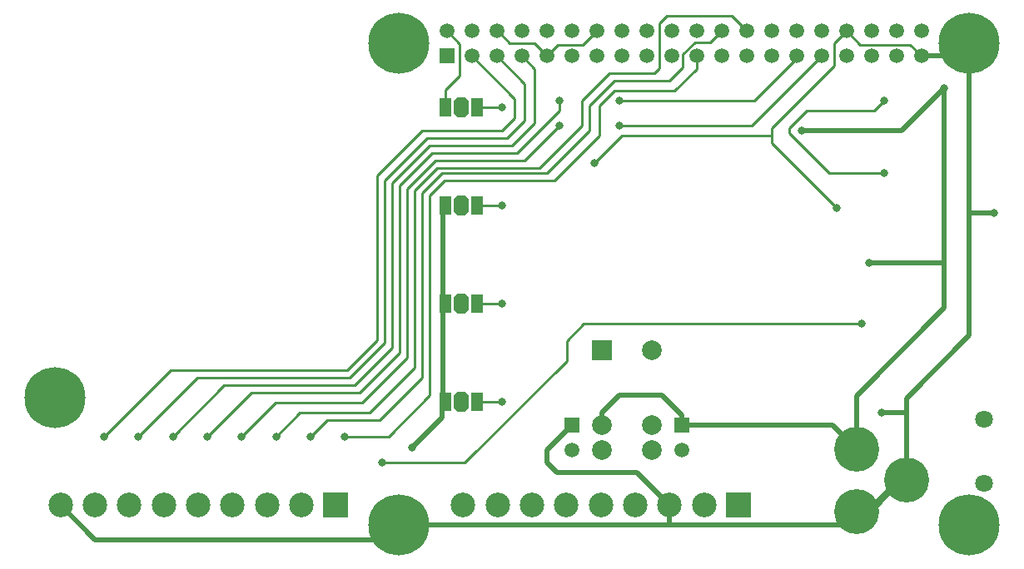
<source format=gbl>
%FSTAX24Y24*%
%MOIN*%
G70*
G01*
G75*
G04 Layer_Physical_Order=2*
G04 Layer_Color=16711680*
%ADD10R,0.0315X0.0374*%
%ADD11R,0.0374X0.0315*%
%ADD12R,0.0472X0.0256*%
G04:AMPARAMS|DCode=13|XSize=21.7mil|YSize=47.2mil|CornerRadius=0mil|HoleSize=0mil|Usage=FLASHONLY|Rotation=270.000|XOffset=0mil|YOffset=0mil|HoleType=Round|Shape=Octagon|*
%AMOCTAGOND13*
4,1,8,0.0236,0.0054,0.0236,-0.0054,0.0182,-0.0108,-0.0182,-0.0108,-0.0236,-0.0054,-0.0236,0.0054,-0.0182,0.0108,0.0182,0.0108,0.0236,0.0054,0.0*
%
%ADD13OCTAGOND13*%

%ADD14R,0.0472X0.0217*%
%ADD15R,0.0512X0.1063*%
%ADD16O,0.0236X0.0866*%
%ADD17R,0.0236X0.0866*%
%ADD18R,0.0630X0.0630*%
%ADD19R,0.1299X0.1004*%
%ADD20R,0.0374X0.1004*%
%ADD21C,0.0100*%
%ADD22C,0.0200*%
%ADD23C,0.0150*%
%ADD24C,0.0039*%
%ADD25R,0.0787X0.0787*%
%ADD26C,0.0787*%
%ADD27C,0.0591*%
%ADD28R,0.0591X0.0591*%
%ADD29C,0.0709*%
%ADD30R,0.0591X0.0591*%
%ADD31C,0.1800*%
%ADD32C,0.0984*%
%ADD33R,0.0984X0.0984*%
G04:AMPARAMS|DCode=34|XSize=78.7mil|YSize=60mil|CornerRadius=0mil|HoleSize=0mil|Usage=FLASHONLY|Rotation=270.000|XOffset=0mil|YOffset=0mil|HoleType=Round|Shape=Octagon|*
%AMOCTAGOND34*
4,1,8,-0.0150,-0.0394,0.0150,-0.0394,0.0300,-0.0244,0.0300,0.0244,0.0150,0.0394,-0.0150,0.0394,-0.0300,0.0244,-0.0300,-0.0244,-0.0150,-0.0394,0.0*
%
%ADD34OCTAGOND34*%

%ADD35C,0.2441*%
%ADD36C,0.0320*%
%ADD37R,0.0472X0.0728*%
%ADD38C,0.0300*%
D21*
X079008Y072699D02*
X080012D01*
X080012Y072699D01*
X079008Y076636D02*
X080012D01*
X079008Y080573D02*
X080012D01*
X079008Y08451D02*
X080012D01*
X079008Y08451D02*
X079008Y08451D01*
X073813Y073978D02*
X075013Y075178D01*
X066724Y073978D02*
X073813D01*
X064067Y071321D02*
X066724Y073978D01*
X077795Y087569D02*
X078313Y087052D01*
Y085778D02*
Y087052D01*
X077748Y085213D02*
X078313Y085778D01*
X077748Y08451D02*
Y085213D01*
X072335Y071321D02*
X072991Y071978D01*
X075113D01*
X073713Y071321D02*
X075456D01*
X08835Y087124D02*
X088795Y087569D01*
X08772Y087124D02*
X08835D01*
X089187Y088178D02*
X089795Y087569D01*
X087241Y086106D02*
Y086644D01*
X08772Y087124D01*
X093654Y067778D02*
X094195Y068319D01*
X075278Y067178D02*
X075878Y067778D01*
X086713Y085578D02*
X087241Y086106D01*
X079795Y087569D02*
X079821D01*
X081795Y086569D02*
X082241Y087015D01*
X083241D02*
X083795Y087569D01*
X082241Y087015D02*
X083241D01*
X093795Y087569D02*
X09435Y087015D01*
X09635D01*
X096795Y086569D01*
X098213D02*
X098713Y087069D01*
X094913Y084378D02*
X095313Y084778D01*
X091813Y086478D02*
Y086678D01*
X084713Y083778D02*
X090004D01*
X092795Y086569D01*
X090813Y083078D02*
X093413Y080478D01*
X081287Y087078D02*
X081795Y086569D01*
X079821Y087569D02*
X080313Y087078D01*
X081287D01*
X078795Y086569D02*
X080513Y084852D01*
X080795Y086569D02*
X081313Y086052D01*
X079795Y086569D02*
X080913Y085452D01*
X077713Y081578D02*
X082113D01*
X075456Y071321D02*
X077113Y072978D01*
Y080978D01*
X077713Y081578D01*
X075013Y075178D02*
Y081778D01*
X076813Y083578D01*
X080013D01*
X080513Y084078D02*
Y084852D01*
X080013Y083578D02*
X080513Y084078D01*
X077013Y083278D02*
X080195D01*
X077613Y081878D02*
X081813D01*
X083513Y083578D01*
X077413Y082078D02*
X081513D01*
X083213Y083778D01*
X07733Y082378D02*
X080913D01*
X082313Y083778D01*
X080195Y083278D02*
X080913Y083995D01*
Y085452D01*
X077213Y082678D02*
X080613D01*
X082313Y084378D01*
Y084778D01*
X077113Y082978D02*
X080413D01*
X081313Y083878D01*
Y086052D01*
X075113Y071978D02*
X076813Y073678D01*
Y081078D01*
X077613Y081878D01*
X076513Y074078D02*
Y081178D01*
X077413Y082078D01*
X076213Y074478D02*
Y081261D01*
X07733Y082378D01*
X075913Y081378D02*
X077213Y082678D01*
X075613Y081478D02*
X077113Y082978D01*
X075313Y081578D02*
X077013Y083278D01*
X074313Y073078D02*
X075913Y074678D01*
Y081378D01*
X075613Y074878D02*
Y081478D01*
X075313Y075078D02*
Y081578D01*
X069579Y071321D02*
X070935Y072678D01*
X074413D01*
X076213Y074478D01*
X070957Y071321D02*
X071913Y072278D01*
X074713D01*
X076513Y074078D01*
X066823Y071321D02*
X06888Y073378D01*
X074113D01*
X075613Y074878D01*
X065445Y071321D02*
X067802Y073678D01*
X073913D01*
X075313Y075078D01*
X068201Y071321D02*
X069957Y073078D01*
X074313D01*
X083513Y083578D02*
Y084578D01*
X084513Y085578D01*
X086713D01*
X086313Y086078D02*
Y087878D01*
X086613Y088178D01*
X089187D01*
X086113Y085878D02*
X086313Y086078D01*
X083213Y083778D02*
Y084778D01*
X084313Y085878D01*
X086113D01*
X082113Y081578D02*
X083913Y083378D01*
Y084578D01*
X084513Y085178D01*
X086913D01*
X087795Y086061D01*
Y086569D01*
X094195Y068319D02*
X094654D01*
X095904Y069569D02*
X096195D01*
X086713Y067778D02*
X086715Y06778D01*
X075213Y070278D02*
X078513D01*
X08259Y075155D02*
X083282Y075847D01*
X094413D01*
X078513Y070278D02*
X08259Y074354D01*
Y075155D01*
X093313Y087087D02*
X093795Y087569D01*
X093313Y086178D02*
Y087087D01*
X092213Y084378D02*
X094913D01*
X091513Y083678D02*
X092213Y084378D01*
X091513Y083478D02*
Y083678D01*
Y083478D02*
X093113Y081878D01*
X095313D01*
X090813Y083678D02*
X093313Y086178D01*
X090813Y083078D02*
Y083678D01*
X083713Y082278D02*
X084813Y083378D01*
X090813D01*
X084713Y084778D02*
X090113D01*
X091813Y086478D01*
D22*
X087213Y071778D02*
X093236D01*
X094195Y070819D01*
X084013Y071778D02*
Y072278D01*
X084713Y072978D01*
X081813Y070778D02*
X082813Y071778D01*
X085402Y069878D02*
X086715Y068565D01*
X075878Y067778D02*
X086713D01*
X093654D01*
X062325Y068565D02*
X063712Y067178D01*
X075278D01*
X092013Y083578D02*
X096013D01*
X097713Y085278D01*
X096795Y086569D02*
X098213D01*
X097713Y078278D02*
Y085278D01*
X094713Y078278D02*
X097713D01*
X098713Y080278D02*
Y087069D01*
Y080278D02*
X099713D01*
X094195Y070819D02*
Y07296D01*
X097713Y076478D01*
Y078278D01*
X077648Y072599D02*
Y080473D01*
X086715Y06778D02*
Y068565D01*
X082213Y069878D02*
X085402D01*
X081813Y070278D02*
X082213Y069878D01*
X081813Y070278D02*
Y070778D01*
X084713Y072978D02*
X086413D01*
X087213Y072178D01*
Y071778D02*
Y072178D01*
X096195Y07286D02*
X098713Y075378D01*
Y080278D01*
X096195Y069569D02*
Y072278D01*
Y07286D01*
X095213Y072278D02*
X096195D01*
X076413Y070878D02*
X077613Y072078D01*
Y072564D01*
X077648Y072599D01*
D25*
X084013Y074778D02*
D03*
D26*
Y071778D02*
D03*
Y070778D02*
D03*
X086013Y074778D02*
D03*
Y071778D02*
D03*
Y070778D02*
D03*
D27*
X082813D02*
D03*
X087213D02*
D03*
X077795Y087569D02*
D03*
X078795Y086569D02*
D03*
Y087569D02*
D03*
X079795Y086569D02*
D03*
Y087569D02*
D03*
X080795Y086569D02*
D03*
Y087569D02*
D03*
X081795Y086569D02*
D03*
Y087569D02*
D03*
X082795Y086569D02*
D03*
Y087569D02*
D03*
X083795Y086569D02*
D03*
Y087569D02*
D03*
X084795Y086569D02*
D03*
Y087569D02*
D03*
X085795Y086569D02*
D03*
Y087569D02*
D03*
X086795Y086569D02*
D03*
Y087569D02*
D03*
X087795Y086569D02*
D03*
Y087569D02*
D03*
X088795Y086569D02*
D03*
Y087569D02*
D03*
X089795Y086569D02*
D03*
Y087569D02*
D03*
X090795Y086569D02*
D03*
Y087569D02*
D03*
X091795Y086569D02*
D03*
Y087569D02*
D03*
X092795Y086569D02*
D03*
Y087569D02*
D03*
X093795Y086569D02*
D03*
Y087569D02*
D03*
X094795Y086569D02*
D03*
Y087569D02*
D03*
X095795Y086569D02*
D03*
Y087569D02*
D03*
X096795Y086569D02*
D03*
Y087569D02*
D03*
D28*
X082813Y071778D02*
D03*
X087213D02*
D03*
D29*
X099303Y069451D02*
D03*
Y07201D02*
D03*
D30*
X077795Y086569D02*
D03*
D31*
X096195Y069569D02*
D03*
X094195Y068319D02*
D03*
Y070819D02*
D03*
D32*
X078447Y068565D02*
D03*
X083959D02*
D03*
X079825D02*
D03*
X086715D02*
D03*
X081203D02*
D03*
X082581D02*
D03*
X085337D02*
D03*
X088093D02*
D03*
X062325Y068565D02*
D03*
X067837D02*
D03*
X063703D02*
D03*
X070593D02*
D03*
X065081D02*
D03*
X066459D02*
D03*
X069215D02*
D03*
X07197D02*
D03*
D33*
X08947Y068565D02*
D03*
X073348Y068565D02*
D03*
D34*
X078378Y08451D02*
D03*
Y080573D02*
D03*
X078378Y076636D02*
D03*
X078378Y072699D02*
D03*
D35*
X098713Y087069D02*
D03*
X075878Y067778D02*
D03*
X098713D02*
D03*
X075878Y087069D02*
D03*
X062098Y072896D02*
D03*
D36*
X068201Y071321D02*
D03*
X069579D02*
D03*
X070957D02*
D03*
X072335D02*
D03*
X073713D02*
D03*
X080012Y072699D02*
D03*
Y076636D02*
D03*
Y080573D02*
D03*
Y08451D02*
D03*
X066823Y071321D02*
D03*
X065445D02*
D03*
X064067D02*
D03*
X093413Y080478D02*
D03*
X097713Y085278D02*
D03*
X092013Y083578D02*
D03*
X082313Y083778D02*
D03*
Y084778D02*
D03*
X076413Y070878D02*
D03*
X094413Y075847D02*
D03*
X075213Y070278D02*
D03*
X084713Y083778D02*
D03*
Y084778D02*
D03*
X095313Y081878D02*
D03*
Y084778D02*
D03*
X094713Y078278D02*
D03*
X099713Y080278D02*
D03*
X083713Y082278D02*
D03*
X095213Y072278D02*
D03*
D37*
X079008Y08451D02*
D03*
X077748D02*
D03*
X079008Y080573D02*
D03*
X077748D02*
D03*
X079008Y076636D02*
D03*
X077748D02*
D03*
X079008Y072699D02*
D03*
X077748D02*
D03*
D38*
X094654Y068319D02*
X095904Y069569D01*
M02*

</source>
